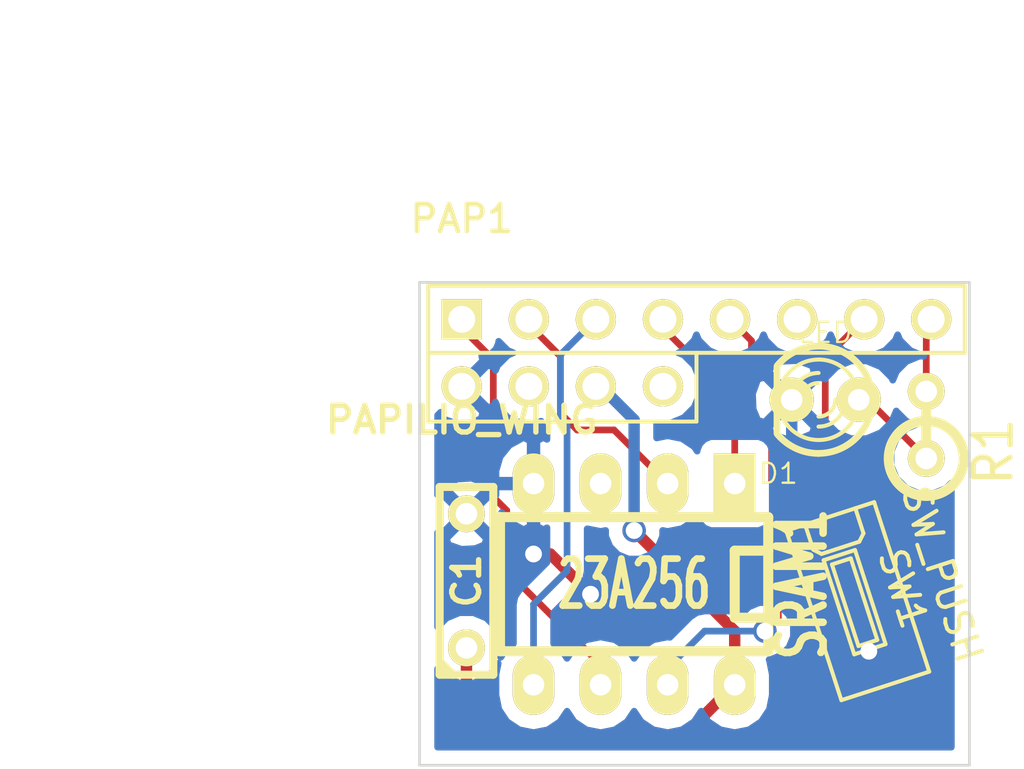
<source format=kicad_pcb>
(kicad_pcb (version 3) (host pcbnew "(2013-07-07 BZR 4022)-stable")

  (general
    (links 14)
    (no_connects 0)
    (area 91.516287 51.760001 129.5941 80.441001)
    (thickness 1.6)
    (drawings 7)
    (tracks 69)
    (zones 0)
    (modules 6)
    (nets 11)
  )

  (page A3)
  (layers
    (15 F.Cu signal)
    (0 B.Cu signal)
    (16 B.Adhes user)
    (17 F.Adhes user)
    (18 B.Paste user)
    (19 F.Paste user)
    (20 B.SilkS user)
    (21 F.SilkS user)
    (22 B.Mask user)
    (23 F.Mask user)
    (24 Dwgs.User user)
    (25 Cmts.User user)
    (26 Eco1.User user)
    (27 Eco2.User user)
    (28 Edge.Cuts user)
  )

  (setup
    (last_trace_width 0.4318)
    (user_trace_width 0.3048)
    (user_trace_width 0.3556)
    (user_trace_width 0.4318)
    (trace_clearance 0.254)
    (zone_clearance 0.508)
    (zone_45_only no)
    (trace_min 0.254)
    (segment_width 0.2)
    (edge_width 0.1)
    (via_size 0.889)
    (via_drill 0.635)
    (via_min_size 0.889)
    (via_min_drill 0.508)
    (uvia_size 0.508)
    (uvia_drill 0.127)
    (uvias_allowed no)
    (uvia_min_size 0.508)
    (uvia_min_drill 0.127)
    (pcb_text_width 0.3)
    (pcb_text_size 1.5 1.5)
    (mod_edge_width 0.15)
    (mod_text_size 1 1)
    (mod_text_width 0.15)
    (pad_size 2.11 1.6)
    (pad_drill 0)
    (pad_to_mask_clearance 0)
    (aux_axis_origin 0 0)
    (visible_elements FFFE7FBF)
    (pcbplotparams
      (layerselection 284196865)
      (usegerberextensions true)
      (excludeedgelayer true)
      (linewidth 0.150000)
      (plotframeref false)
      (viasonmask false)
      (mode 1)
      (useauxorigin false)
      (hpglpennumber 1)
      (hpglpenspeed 20)
      (hpglpendiameter 15)
      (hpglpenoverlay 2)
      (psnegative false)
      (psa4output false)
      (plotreference false)
      (plotvalue false)
      (plotothertext true)
      (plotinvisibletext false)
      (padsonsilk false)
      (subtractmaskfromsilk false)
      (outputformat 1)
      (mirror false)
      (drillshape 0)
      (scaleselection 1)
      (outputdirectory Gerbers/))
  )

  (net 0 "")
  (net 1 GND)
  (net 2 N-000001)
  (net 3 N-0000010)
  (net 4 N-0000011)
  (net 5 N-0000012)
  (net 6 N-0000013)
  (net 7 N-000003)
  (net 8 N-000004)
  (net 9 N-000005)
  (net 10 N-000006)

  (net_class Default "This is the default net class."
    (clearance 0.254)
    (trace_width 0.254)
    (via_dia 0.889)
    (via_drill 0.635)
    (uvia_dia 0.508)
    (uvia_drill 0.127)
    (add_net "")
    (add_net GND)
    (add_net N-000001)
    (add_net N-0000010)
    (add_net N-0000011)
    (add_net N-0000012)
    (add_net N-0000013)
    (add_net N-000003)
    (add_net N-000004)
    (add_net N-000005)
    (add_net N-000006)
  )

  (module Papilio_Wing (layer F.Cu) (tedit 5404AF8C) (tstamp 54B827FE)
    (at 108.4072 63.5)
    (descr "Double rangee de contacts 2 x 6 pins")
    (tags CONN)
    (path /54B82680)
    (fp_text reference PAP1 (at 0 -3.81) (layer F.SilkS)
      (effects (font (size 1.016 1.016) (thickness 0.1778)))
    )
    (fp_text value PAPILIO_WING (at 0 3.81) (layer F.SilkS)
      (effects (font (size 1.016 1.016) (thickness 0.2032)))
    )
    (fp_line (start 19.05 0) (end 19.05 1.27) (layer F.SilkS) (width 0.15))
    (fp_line (start 8.89 1.27) (end 19.05 1.27) (layer F.SilkS) (width 0.15))
    (fp_line (start 19.05 0) (end 19.05 -1.27) (layer F.SilkS) (width 0.15))
    (fp_line (start 19.05 -1.27) (end -1.27 -1.27) (layer F.SilkS) (width 0.15))
    (fp_line (start -1.27 -1.27) (end -1.27 -1.143) (layer F.SilkS) (width 0.15))
    (fp_line (start 8.89 1.27) (end -1.27 1.27) (layer F.SilkS) (width 0.15))
    (fp_line (start -1.27 -1.2065) (end -1.27 3.8735) (layer F.SilkS) (width 0.15))
    (fp_line (start -1.27 3.8735) (end 8.89 3.8735) (layer F.SilkS) (width 0.15))
    (fp_line (start 8.89 3.8735) (end 8.89 1.3335) (layer F.SilkS) (width 0.15))
    (pad 1 thru_hole rect (at 0 0) (size 1.524 1.524) (drill 1.016)
      (layers *.Cu *.Mask F.SilkS)
      (net 4 N-0000011)
    )
    (pad 7 thru_hole circle (at 15.24 0) (size 1.524 1.524) (drill 1.016)
      (layers *.Cu *.Mask F.SilkS)
      (net 9 N-000005)
    )
    (pad 2 thru_hole circle (at 2.54 0) (size 1.524 1.524) (drill 1.016)
      (layers *.Cu *.Mask F.SilkS)
      (net 5 N-0000012)
    )
    (pad 8 thru_hole circle (at 17.78 0) (size 1.524 1.524) (drill 1.016)
      (layers *.Cu *.Mask F.SilkS)
      (net 10 N-000006)
    )
    (pad 3 thru_hole circle (at 5.08 0) (size 1.524 1.524) (drill 1.016)
      (layers *.Cu *.Mask F.SilkS)
      (net 3 N-0000010)
    )
    (pad 4 thru_hole circle (at 7.62 0) (size 1.524 1.524) (drill 1.016)
      (layers *.Cu *.Mask F.SilkS)
      (net 6 N-0000013)
    )
    (pad 5 thru_hole circle (at 10.16 0) (size 1.524 1.524) (drill 1.016)
      (layers *.Cu *.Mask F.SilkS)
      (net 8 N-000004)
    )
    (pad 6 thru_hole circle (at 12.7 0) (size 1.524 1.524) (drill 1.016)
      (layers *.Cu *.Mask F.SilkS)
    )
    (pad 9 thru_hole circle (at 7.62 2.54) (size 1.524 1.524) (drill 1.016)
      (layers *.Cu *.Mask F.SilkS)
    )
    (pad 10 thru_hole circle (at 5.08 2.54) (size 1.524 1.524) (drill 1.016)
      (layers *.Cu *.Mask F.SilkS)
      (net 7 N-000003)
    )
    (pad 11 thru_hole circle (at 2.54 2.54) (size 1.524 1.524) (drill 1.016)
      (layers *.Cu *.Mask F.SilkS)
    )
    (pad 12 thru_hole circle (at 0 2.54) (size 1.524 1.524) (drill 1.016)
      (layers *.Cu *.Mask F.SilkS)
      (net 1 GND)
    )
    (model pin_array/pins_array_6x2.wrl
      (at (xyz 0 0 0))
      (scale (xyz 1 1 1))
      (rotate (xyz 0 0 0))
    )
  )

  (module DIP-8__300_ELL (layer F.Cu) (tedit 200000) (tstamp 54B82811)
    (at 114.935 73.533 180)
    (descr "8 pins DIL package, elliptical pads")
    (tags DIL)
    (path /54B82671)
    (fp_text reference SRAM1 (at -6.35 0 270) (layer F.SilkS)
      (effects (font (size 1.778 1.143) (thickness 0.3048)))
    )
    (fp_text value 23A256 (at 0 0 180) (layer F.SilkS)
      (effects (font (size 1.778 1.016) (thickness 0.3048)))
    )
    (fp_line (start -5.08 -1.27) (end -3.81 -1.27) (layer F.SilkS) (width 0.381))
    (fp_line (start -3.81 -1.27) (end -3.81 1.27) (layer F.SilkS) (width 0.381))
    (fp_line (start -3.81 1.27) (end -5.08 1.27) (layer F.SilkS) (width 0.381))
    (fp_line (start -5.08 -2.54) (end 5.08 -2.54) (layer F.SilkS) (width 0.381))
    (fp_line (start 5.08 -2.54) (end 5.08 2.54) (layer F.SilkS) (width 0.381))
    (fp_line (start 5.08 2.54) (end -5.08 2.54) (layer F.SilkS) (width 0.381))
    (fp_line (start -5.08 2.54) (end -5.08 -2.54) (layer F.SilkS) (width 0.381))
    (pad 1 thru_hole rect (at -3.81 3.81 180) (size 1.5748 2.286) (drill 0.8128)
      (layers *.Cu *.Mask F.SilkS)
      (net 6 N-0000013)
    )
    (pad 2 thru_hole oval (at -1.27 3.81 180) (size 1.5748 2.286) (drill 0.8128)
      (layers *.Cu *.Mask F.SilkS)
      (net 5 N-0000012)
    )
    (pad 3 thru_hole oval (at 1.27 3.81 180) (size 1.5748 2.286) (drill 0.8128)
      (layers *.Cu *.Mask F.SilkS)
    )
    (pad 4 thru_hole oval (at 3.81 3.81 180) (size 1.5748 2.286) (drill 0.8128)
      (layers *.Cu *.Mask F.SilkS)
      (net 1 GND)
    )
    (pad 5 thru_hole oval (at 3.81 -3.81 180) (size 1.5748 2.286) (drill 0.8128)
      (layers *.Cu *.Mask F.SilkS)
      (net 3 N-0000010)
    )
    (pad 6 thru_hole oval (at 1.27 -3.81 180) (size 1.5748 2.286) (drill 0.8128)
      (layers *.Cu *.Mask F.SilkS)
      (net 4 N-0000011)
    )
    (pad 7 thru_hole oval (at -1.27 -3.81 180) (size 1.5748 2.286) (drill 0.8128)
      (layers *.Cu *.Mask F.SilkS)
      (net 8 N-000004)
    )
    (pad 8 thru_hole oval (at -3.81 -3.81 180) (size 1.5748 2.286) (drill 0.8128)
      (layers *.Cu *.Mask F.SilkS)
      (net 7 N-000003)
    )
    (model dil/dil_8.wrl
      (at (xyz 0 0 0))
      (scale (xyz 1 1 1))
      (rotate (xyz 0 0 0))
    )
  )

  (module C2 (layer F.Cu) (tedit 200000) (tstamp 54B8281C)
    (at 108.585 73.406 90)
    (descr "Condensateur = 2 pas")
    (tags C)
    (path /54B8277B)
    (fp_text reference C1 (at 0 0 90) (layer F.SilkS)
      (effects (font (size 1.016 1.016) (thickness 0.2032)))
    )
    (fp_text value C (at 0 0 90) (layer F.SilkS) hide
      (effects (font (size 1.016 1.016) (thickness 0.2032)))
    )
    (fp_line (start -3.556 -1.016) (end 3.556 -1.016) (layer F.SilkS) (width 0.3048))
    (fp_line (start 3.556 -1.016) (end 3.556 1.016) (layer F.SilkS) (width 0.3048))
    (fp_line (start 3.556 1.016) (end -3.556 1.016) (layer F.SilkS) (width 0.3048))
    (fp_line (start -3.556 1.016) (end -3.556 -1.016) (layer F.SilkS) (width 0.3048))
    (fp_line (start -3.556 -0.508) (end -3.048 -1.016) (layer F.SilkS) (width 0.3048))
    (pad 1 thru_hole circle (at -2.54 0 90) (size 1.397 1.397) (drill 0.8128)
      (layers *.Cu *.Mask F.SilkS)
      (net 7 N-000003)
    )
    (pad 2 thru_hole circle (at 2.54 0 90) (size 1.397 1.397) (drill 0.8128)
      (layers *.Cu *.Mask F.SilkS)
      (net 1 GND)
    )
    (model discret/capa_2pas_5x5mm.wrl
      (at (xyz 0 0 0))
      (scale (xyz 1 1 1))
      (rotate (xyz 0 0 0))
    )
  )

  (module R1 (layer F.Cu) (tedit 200000) (tstamp 54B8312C)
    (at 126 67.5 90)
    (descr "Resistance verticale")
    (tags R)
    (path /54B82AB6)
    (autoplace_cost90 10)
    (autoplace_cost180 10)
    (fp_text reference R1 (at -1.016 2.54 90) (layer F.SilkS)
      (effects (font (size 1.397 1.27) (thickness 0.2032)))
    )
    (fp_text value 1k (at -1.143 2.54 90) (layer F.SilkS) hide
      (effects (font (size 1.397 1.27) (thickness 0.2032)))
    )
    (fp_line (start -1.27 0) (end 1.27 0) (layer F.SilkS) (width 0.381))
    (fp_circle (center -1.27 0) (end -0.635 1.27) (layer F.SilkS) (width 0.381))
    (pad 1 thru_hole circle (at -1.27 0 90) (size 1.397 1.397) (drill 0.8128)
      (layers *.Cu *.Mask F.SilkS)
      (net 2 N-000001)
    )
    (pad 2 thru_hole circle (at 1.27 0 90) (size 1.397 1.397) (drill 0.8128)
      (layers *.Cu *.Mask F.SilkS)
      (net 10 N-000006)
    )
    (model discret/verti_resistor.wrl
      (at (xyz 0 0 0))
      (scale (xyz 1 1 1))
      (rotate (xyz 0 0 0))
    )
  )

  (module LED-3MM (layer F.Cu) (tedit 50ADE848) (tstamp 54B83145)
    (at 122.174 66.548 180)
    (descr "LED 3mm - Lead pitch 100mil (2,54mm)")
    (tags "LED led 3mm 3MM 100mil 2,54mm")
    (path /54B829A1)
    (fp_text reference D1 (at 1.778 -2.794 180) (layer F.SilkS)
      (effects (font (size 0.762 0.762) (thickness 0.0889)))
    )
    (fp_text value LED (at 0 2.54 180) (layer F.SilkS)
      (effects (font (size 0.762 0.762) (thickness 0.0889)))
    )
    (fp_line (start 1.8288 1.27) (end 1.8288 -1.27) (layer F.SilkS) (width 0.254))
    (fp_arc (start 0.254 0) (end -1.27 0) (angle 39.8) (layer F.SilkS) (width 0.1524))
    (fp_arc (start 0.254 0) (end -0.88392 1.01092) (angle 41.6) (layer F.SilkS) (width 0.1524))
    (fp_arc (start 0.254 0) (end 1.4097 -0.9906) (angle 40.6) (layer F.SilkS) (width 0.1524))
    (fp_arc (start 0.254 0) (end 1.778 0) (angle 39.8) (layer F.SilkS) (width 0.1524))
    (fp_arc (start 0.254 0) (end 0.254 -1.524) (angle 54.4) (layer F.SilkS) (width 0.1524))
    (fp_arc (start 0.254 0) (end -0.9652 -0.9144) (angle 53.1) (layer F.SilkS) (width 0.1524))
    (fp_arc (start 0.254 0) (end 1.45542 0.93472) (angle 52.1) (layer F.SilkS) (width 0.1524))
    (fp_arc (start 0.254 0) (end 0.254 1.524) (angle 52.1) (layer F.SilkS) (width 0.1524))
    (fp_arc (start 0.254 0) (end -0.381 0) (angle 90) (layer F.SilkS) (width 0.1524))
    (fp_arc (start 0.254 0) (end -0.762 0) (angle 90) (layer F.SilkS) (width 0.1524))
    (fp_arc (start 0.254 0) (end 0.889 0) (angle 90) (layer F.SilkS) (width 0.1524))
    (fp_arc (start 0.254 0) (end 1.27 0) (angle 90) (layer F.SilkS) (width 0.1524))
    (fp_arc (start 0.254 0) (end 0.254 -2.032) (angle 50.1) (layer F.SilkS) (width 0.254))
    (fp_arc (start 0.254 0) (end -1.5367 -0.95504) (angle 61.9) (layer F.SilkS) (width 0.254))
    (fp_arc (start 0.254 0) (end 1.8034 1.31064) (angle 49.7) (layer F.SilkS) (width 0.254))
    (fp_arc (start 0.254 0) (end 0.254 2.032) (angle 60.2) (layer F.SilkS) (width 0.254))
    (fp_arc (start 0.254 0) (end -1.778 0) (angle 28.3) (layer F.SilkS) (width 0.254))
    (fp_arc (start 0.254 0) (end -1.47574 1.06426) (angle 31.6) (layer F.SilkS) (width 0.254))
    (pad 1 thru_hole circle (at -1.27 0 180) (size 1.6764 1.6764) (drill 0.8128)
      (layers *.Cu *.Mask F.SilkS)
      (net 2 N-000001)
    )
    (pad 2 thru_hole circle (at 1.27 0 180) (size 1.6764 1.6764) (drill 0.8128)
      (layers *.Cu *.Mask F.SilkS)
      (net 1 GND)
    )
    (model discret/leds/led3_vertical_verde.wrl
      (at (xyz 0 0 0))
      (scale (xyz 1 1 1))
      (rotate (xyz 0 0 0))
    )
  )

  (module FSMSM (layer F.Cu) (tedit 54B82DE5) (tstamp 54B833BC)
    (at 123.444 74.295 288)
    (path /54B82A89)
    (fp_text reference SW1 (at -0.0508 -1.778 288) (layer F.SilkS)
      (effects (font (size 1 1) (thickness 0.15)))
    )
    (fp_text value SW_PUSH (at -0.1016 -3.3528 288) (layer F.SilkS)
      (effects (font (size 1 1) (thickness 0.15)))
    )
    (fp_line (start -2.25 0.5) (end -2.25 0.75) (layer F.SilkS) (width 0.15))
    (fp_line (start -3.5 -1) (end -2.5 -1) (layer F.SilkS) (width 0.15))
    (fp_line (start -2.5 -1) (end -2.25 -0.75) (layer F.SilkS) (width 0.15))
    (fp_line (start -2.25 -0.75) (end -2.25 0.5) (layer F.SilkS) (width 0.15))
    (fp_line (start -2.25 0.75) (end -2.5 1) (layer F.SilkS) (width 0.15))
    (fp_line (start -2.5 1) (end -3.5 1) (layer F.SilkS) (width 0.15))
    (fp_line (start -1.75 -0.25) (end -1.75 0.5) (layer F.SilkS) (width 0.15))
    (fp_line (start -1.75 0.5) (end 1.5 0.5) (layer F.SilkS) (width 0.15))
    (fp_line (start 1.5 0.5) (end 1.5 -0.25) (layer F.SilkS) (width 0.15))
    (fp_line (start 1.5 -0.25) (end -1.75 -0.25) (layer F.SilkS) (width 0.15))
    (fp_line (start -2 -0.5) (end -2 0.75) (layer F.SilkS) (width 0.15))
    (fp_line (start -2 0.75) (end 1.75 0.75) (layer F.SilkS) (width 0.15))
    (fp_line (start 1.75 0.75) (end 1.75 -0.5) (layer F.SilkS) (width 0.15))
    (fp_line (start 1.75 -0.5) (end -2 -0.5) (layer F.SilkS) (width 0.15))
    (fp_line (start -3.5 -1.75) (end -3.5 1.75) (layer F.SilkS) (width 0.15))
    (fp_line (start -3.5 1.75) (end 3.25 1.75) (layer F.SilkS) (width 0.15))
    (fp_line (start 3.25 1.75) (end 3.25 -1.75) (layer F.SilkS) (width 0.15))
    (fp_line (start 3.25 -1.75) (end -3.5 -1.75) (layer F.SilkS) (width 0.15))
    (pad 1 smd rect (at -4.75 0 288) (size 2.11 1.6)
      (layers F.Cu F.Paste F.Mask)
      (net 9 N-000005)
    )
    (pad 2 smd rect (at 4.5 0 288) (size 2.11 1.6)
      (layers F.Cu F.Paste F.Mask)
      (net 1 GND)
    )
  )

  (dimension 18.288 (width 0.3) (layer Eco2.User)
    (gr_text "0.7200 in" (at 97.202 71.247 270) (layer Eco2.User)
      (effects (font (size 1.5 1.5) (thickness 0.3)))
    )
    (feature1 (pts (xy 106.807 80.391) (xy 95.852 80.391)))
    (feature2 (pts (xy 106.807 62.103) (xy 95.852 62.103)))
    (crossbar (pts (xy 98.552 62.103) (xy 98.552 80.391)))
    (arrow1a (pts (xy 98.552 80.391) (xy 97.96558 79.264497)))
    (arrow1b (pts (xy 98.552 80.391) (xy 99.13842 79.264497)))
    (arrow2a (pts (xy 98.552 62.103) (xy 97.96558 63.229503)))
    (arrow2b (pts (xy 98.552 62.103) (xy 99.13842 63.229503)))
  )
  (dimension 20.828 (width 0.3) (layer Eco2.User)
    (gr_text "0.8200 in" (at 117.221 53.260001) (layer Eco2.User)
      (effects (font (size 1.5 1.5) (thickness 0.3)))
    )
    (feature1 (pts (xy 106.807 62.103) (xy 106.807 51.910001)))
    (feature2 (pts (xy 127.635 62.103) (xy 127.635 51.910001)))
    (crossbar (pts (xy 127.635 54.610001) (xy 106.807 54.610001)))
    (arrow1a (pts (xy 106.807 54.610001) (xy 107.933503 54.023581)))
    (arrow1b (pts (xy 106.807 54.610001) (xy 107.933503 55.196421)))
    (arrow2a (pts (xy 127.635 54.610001) (xy 126.508497 54.023581)))
    (arrow2b (pts (xy 127.635 54.610001) (xy 126.508497 55.196421)))
  )
  (gr_line (start 106.807 62.103) (end 107.061 62.103) (angle 90) (layer Edge.Cuts) (width 0.1))
  (gr_line (start 106.807 80.391) (end 106.807 62.103) (angle 90) (layer Edge.Cuts) (width 0.1))
  (gr_line (start 127.635 80.391) (end 106.807 80.391) (angle 90) (layer Edge.Cuts) (width 0.1))
  (gr_line (start 127.635 62.103) (end 127.635 80.391) (angle 90) (layer Edge.Cuts) (width 0.1))
  (gr_line (start 107.061 62.103) (end 127.635 62.103) (angle 90) (layer Edge.Cuts) (width 0.1))

  (segment (start 123.825 76.073) (end 121.158 73.406) (width 0.4318) (layer B.Cu) (net 1))
  (segment (start 111.125 72.39) (end 110.998 72.39) (width 0.4318) (layer B.Cu) (net 1) (tstamp 54B835F1))
  (via (at 111.125 72.39) (size 0.889) (layers F.Cu B.Cu) (net 1))
  (segment (start 111.76 72.39) (end 111.125 72.39) (width 0.4318) (layer F.Cu) (net 1) (tstamp 54B835EB))
  (segment (start 113.284 73.914) (end 111.76 72.39) (width 0.4318) (layer F.Cu) (net 1) (tstamp 54B835EA))
  (via (at 113.284 73.914) (size 0.889) (layers F.Cu B.Cu) (net 1))
  (segment (start 113.792 73.406) (end 113.284 73.914) (width 0.4318) (layer B.Cu) (net 1) (tstamp 54B835E5))
  (segment (start 121.158 73.406) (end 113.792 73.406) (width 0.4318) (layer B.Cu) (net 1) (tstamp 54B835E4))
  (segment (start 120.904 66.548) (end 120.904 69.215) (width 0.4318) (layer B.Cu) (net 1))
  (segment (start 123.825 72.136) (end 123.825 76.073) (width 0.4318) (layer B.Cu) (net 1) (tstamp 54B835C4))
  (segment (start 120.904 69.215) (end 123.825 72.136) (width 0.4318) (layer B.Cu) (net 1) (tstamp 54B835C0))
  (segment (start 124.834576 78.574754) (end 124.834576 77.082576) (width 0.4318) (layer F.Cu) (net 1))
  (segment (start 123.825 76.073) (end 123.698 76.073) (width 0.4318) (layer B.Cu) (net 1) (tstamp 54B83575))
  (via (at 123.825 76.073) (size 0.889) (layers F.Cu B.Cu) (net 1))
  (segment (start 124.834576 77.082576) (end 123.825 76.073) (width 0.4318) (layer F.Cu) (net 1) (tstamp 54B83573))
  (segment (start 123.444 66.548) (end 123.778 66.548) (width 0.254) (layer F.Cu) (net 2))
  (segment (start 123.778 66.548) (end 126 68.77) (width 0.254) (layer F.Cu) (net 2) (tstamp 54B83534))
  (segment (start 111.125 77.343) (end 111.125 74.295) (width 0.254) (layer B.Cu) (net 3))
  (segment (start 112.141 64.8462) (end 113.4872 63.5) (width 0.254) (layer B.Cu) (net 3) (tstamp 54B83522))
  (segment (start 112.141 67.183) (end 112.141 64.8462) (width 0.254) (layer B.Cu) (net 3) (tstamp 54B83521))
  (segment (start 112.395 67.437) (end 112.141 67.183) (width 0.254) (layer B.Cu) (net 3) (tstamp 54B83520))
  (segment (start 112.395 73.025) (end 112.395 67.437) (width 0.254) (layer B.Cu) (net 3) (tstamp 54B8351E))
  (segment (start 111.125 74.295) (end 112.395 73.025) (width 0.254) (layer B.Cu) (net 3) (tstamp 54B8351C))
  (segment (start 108.4072 63.5) (end 108.4072 63.8302) (width 0.254) (layer F.Cu) (net 4))
  (segment (start 113.665 76.581) (end 113.665 77.343) (width 0.254) (layer F.Cu) (net 4) (tstamp 54B83519))
  (segment (start 110.109 73.025) (end 113.665 76.581) (width 0.254) (layer F.Cu) (net 4) (tstamp 54B83517))
  (segment (start 110.109 70.739) (end 110.109 73.025) (width 0.254) (layer F.Cu) (net 4) (tstamp 54B83516))
  (segment (start 109.601 70.231) (end 110.109 70.739) (width 0.254) (layer F.Cu) (net 4) (tstamp 54B83515))
  (segment (start 109.601 69.596) (end 109.601 70.231) (width 0.254) (layer F.Cu) (net 4) (tstamp 54B83514))
  (segment (start 109.601 69.469) (end 109.601 69.596) (width 0.254) (layer F.Cu) (net 4) (tstamp 54B83513))
  (segment (start 109.601 67.945) (end 109.601 69.469) (width 0.254) (layer F.Cu) (net 4) (tstamp 54B83511))
  (segment (start 109.601 65.024) (end 109.601 67.945) (width 0.254) (layer F.Cu) (net 4) (tstamp 54B8350F))
  (segment (start 108.4072 63.8302) (end 109.601 65.024) (width 0.254) (layer F.Cu) (net 4) (tstamp 54B8350E))
  (segment (start 110.9472 63.5) (end 110.9472 63.7032) (width 0.254) (layer F.Cu) (net 5))
  (segment (start 114.173 67.691) (end 116.205 69.723) (width 0.254) (layer F.Cu) (net 5) (tstamp 54B8352B))
  (segment (start 112.776 67.691) (end 114.173 67.691) (width 0.254) (layer F.Cu) (net 5) (tstamp 54B8352A))
  (segment (start 112.141 67.056) (end 112.776 67.691) (width 0.254) (layer F.Cu) (net 5) (tstamp 54B83529))
  (segment (start 112.141 64.897) (end 112.141 67.056) (width 0.254) (layer F.Cu) (net 5) (tstamp 54B83527))
  (segment (start 110.9472 63.7032) (end 112.141 64.897) (width 0.254) (layer F.Cu) (net 5) (tstamp 54B83526))
  (segment (start 116.0272 63.5) (end 116.0272 63.8302) (width 0.254) (layer F.Cu) (net 6))
  (segment (start 118.745 66.548) (end 118.745 69.723) (width 0.254) (layer F.Cu) (net 6) (tstamp 54B83541))
  (segment (start 116.0272 63.8302) (end 118.745 66.548) (width 0.254) (layer F.Cu) (net 6) (tstamp 54B83540))
  (segment (start 113.4872 66.04) (end 113.665 66.04) (width 0.4318) (layer B.Cu) (net 7))
  (segment (start 118.745 75.311) (end 118.745 77.343) (width 0.4318) (layer F.Cu) (net 7) (tstamp 54B83552))
  (segment (start 114.935 71.501) (end 118.745 75.311) (width 0.4318) (layer F.Cu) (net 7) (tstamp 54B83551))
  (via (at 114.935 71.501) (size 0.889) (layers F.Cu B.Cu) (net 7))
  (segment (start 114.935 67.31) (end 114.935 71.501) (width 0.4318) (layer B.Cu) (net 7) (tstamp 54B8354E))
  (segment (start 113.665 66.04) (end 114.935 67.31) (width 0.4318) (layer B.Cu) (net 7) (tstamp 54B8354D))
  (segment (start 108.585 75.946) (end 108.585 78.359) (width 0.4318) (layer F.Cu) (net 7))
  (segment (start 116.586 79.502) (end 118.745 77.343) (width 0.4318) (layer F.Cu) (net 7) (tstamp 54B83548))
  (segment (start 109.728 79.502) (end 116.586 79.502) (width 0.4318) (layer F.Cu) (net 7) (tstamp 54B83547))
  (segment (start 108.585 78.359) (end 109.728 79.502) (width 0.4318) (layer F.Cu) (net 7) (tstamp 54B83546))
  (segment (start 116.205 77.343) (end 116.205 76.708) (width 0.254) (layer B.Cu) (net 8))
  (segment (start 119.38 64.3128) (end 118.5672 63.5) (width 0.254) (layer F.Cu) (net 8) (tstamp 54B83561))
  (segment (start 119.38 67.31) (end 119.38 64.3128) (width 0.254) (layer F.Cu) (net 8) (tstamp 54B83560))
  (segment (start 120.142 68.072) (end 119.38 67.31) (width 0.254) (layer F.Cu) (net 8) (tstamp 54B8355F))
  (segment (start 120.142 69.596) (end 120.142 68.072) (width 0.254) (layer F.Cu) (net 8) (tstamp 54B8355E))
  (segment (start 120.396 69.85) (end 120.142 69.596) (width 0.254) (layer F.Cu) (net 8) (tstamp 54B8355D))
  (segment (start 120.396 74.803) (end 120.396 69.85) (width 0.254) (layer F.Cu) (net 8) (tstamp 54B8355C))
  (segment (start 119.888 75.311) (end 120.396 74.803) (width 0.254) (layer F.Cu) (net 8) (tstamp 54B8355B))
  (via (at 119.888 75.311) (size 0.889) (layers F.Cu B.Cu) (net 8))
  (segment (start 117.602 75.311) (end 119.888 75.311) (width 0.254) (layer B.Cu) (net 8) (tstamp 54B83558))
  (segment (start 116.205 76.708) (end 117.602 75.311) (width 0.254) (layer B.Cu) (net 8) (tstamp 54B83557))
  (segment (start 121.976169 69.777482) (end 121.976169 67.634831) (width 0.254) (layer F.Cu) (net 9))
  (segment (start 122.174 64.9732) (end 123.6472 63.5) (width 0.254) (layer F.Cu) (net 9) (tstamp 54B8353C))
  (segment (start 122.174 67.437) (end 122.174 64.9732) (width 0.254) (layer F.Cu) (net 9) (tstamp 54B8353B))
  (segment (start 121.976169 67.634831) (end 122.174 67.437) (width 0.254) (layer F.Cu) (net 9) (tstamp 54B8353A))
  (segment (start 126 66.23) (end 126 63.6872) (width 0.254) (layer F.Cu) (net 10))
  (segment (start 126 63.6872) (end 126.1872 63.5) (width 0.254) (layer F.Cu) (net 10) (tstamp 54B83537))

  (zone (net 1) (net_name GND) (layer B.Cu) (tstamp 54B8350A) (hatch edge 0.508)
    (connect_pads (clearance 0.508))
    (min_thickness 0.254)
    (fill (arc_segments 16) (thermal_gap 0.508) (thermal_bridge_width 0.508))
    (polygon
      (pts
        (xy 127.635 80.391) (xy 106.807 80.391) (xy 106.807 62.103) (xy 127.635 62.103)
      )
    )
    (filled_polygon
      (pts
        (xy 111.633 72.709369) (xy 110.998 73.344369) (xy 110.998 71.335851) (xy 110.998 69.85) (xy 110.998 69.596)
        (xy 110.998 68.110149) (xy 110.77794 67.98799) (xy 110.698004 68.004673) (xy 110.209014 68.271809) (xy 109.859475 68.705738)
        (xy 109.7026 69.2404) (xy 109.7026 69.596) (xy 110.998 69.596) (xy 110.998 69.85) (xy 109.7026 69.85)
        (xy 109.7026 70.159413) (xy 109.519186 70.111419) (xy 109.339581 70.291024) (xy 109.339581 69.931814) (xy 109.277928 69.696202)
        (xy 109.207807 69.671521) (xy 108.77752 69.520076) (xy 108.247802 69.548854) (xy 107.892072 69.696202) (xy 107.830419 69.931814)
        (xy 108.585 70.686395) (xy 109.339581 69.931814) (xy 109.339581 70.291024) (xy 108.764605 70.866) (xy 109.519186 71.620581)
        (xy 109.754798 71.558928) (xy 109.930924 71.05852) (xy 109.91755 70.812359) (xy 110.209014 71.174191) (xy 110.698004 71.441327)
        (xy 110.77794 71.45801) (xy 110.998 71.335851) (xy 110.998 73.344369) (xy 110.586185 73.756185) (xy 110.421004 74.003395)
        (xy 110.363 74.295) (xy 110.363 75.783883) (xy 110.119211 75.946778) (xy 109.879766 76.305133) (xy 109.918267 76.212413)
        (xy 109.91873 75.681914) (xy 109.716145 75.19162) (xy 109.341353 74.816174) (xy 109.339581 74.815438) (xy 109.339581 71.800186)
        (xy 108.585 71.045605) (xy 107.830419 71.800186) (xy 107.892072 72.035798) (xy 108.39248 72.211924) (xy 108.922198 72.183146)
        (xy 109.277928 72.035798) (xy 109.339581 71.800186) (xy 109.339581 74.815438) (xy 108.851413 74.612733) (xy 108.320914 74.61227)
        (xy 107.83062 74.814855) (xy 107.492 75.152885) (xy 107.492 71.579023) (xy 107.650814 71.620581) (xy 108.405395 70.866)
        (xy 107.650814 70.111419) (xy 107.492 70.152976) (xy 107.492 67.134808) (xy 107.606593 67.020214) (xy 107.676058 67.262396)
        (xy 108.199504 67.449143) (xy 108.754569 67.42136) (xy 109.138342 67.262396) (xy 109.207807 67.020212) (xy 108.4072 66.219605)
        (xy 108.393057 66.233747) (xy 108.213452 66.054142) (xy 108.227595 66.04) (xy 108.213452 66.025857) (xy 108.393057 65.846252)
        (xy 108.4072 65.860395) (xy 109.207807 65.059788) (xy 109.161146 64.89711) (xy 109.294955 64.89711) (xy 109.528429 64.800641)
        (xy 109.707213 64.622168) (xy 109.804089 64.388864) (xy 109.804138 64.332323) (xy 110.15483 64.683628) (xy 110.362714 64.769949)
        (xy 110.156897 64.854991) (xy 109.763572 65.24763) (xy 109.683805 65.43973) (xy 109.629596 65.308858) (xy 109.387412 65.239393)
        (xy 108.586805 66.04) (xy 109.387412 66.840607) (xy 109.629596 66.771142) (xy 109.679708 66.630678) (xy 109.762191 66.830303)
        (xy 110.15483 67.223628) (xy 110.668101 67.436756) (xy 111.223861 67.437241) (xy 111.413948 67.358698) (xy 111.437004 67.474605)
        (xy 111.602185 67.721815) (xy 111.633 67.75263) (xy 111.633 68.048925) (xy 111.551996 68.004673) (xy 111.47206 67.98799)
        (xy 111.252 68.110149) (xy 111.252 69.596) (xy 111.272 69.596) (xy 111.272 69.85) (xy 111.252 69.85)
        (xy 111.252 71.335851) (xy 111.47206 71.45801) (xy 111.551996 71.441327) (xy 111.633 71.397074) (xy 111.633 72.709369)
      )
    )
    (filled_polygon
      (pts
        (xy 126.95 79.706) (xy 121.759807 79.706) (xy 121.759807 67.583412) (xy 120.904 66.727605) (xy 120.724395 66.90721)
        (xy 120.724395 66.548) (xy 119.868588 65.692193) (xy 119.61851 65.771018) (xy 119.419024 66.322097) (xy 119.445612 66.907568)
        (xy 119.61851 67.324982) (xy 119.868588 67.403807) (xy 120.724395 66.548) (xy 120.724395 66.90721) (xy 120.048193 67.583412)
        (xy 120.127018 67.83349) (xy 120.678097 68.032976) (xy 121.263568 68.006388) (xy 121.680982 67.83349) (xy 121.759807 67.583412)
        (xy 121.759807 79.706) (xy 107.492 79.706) (xy 107.492 76.738591) (xy 107.828647 77.075826) (xy 108.318587 77.279267)
        (xy 108.849086 77.27973) (xy 109.33938 77.077145) (xy 109.714826 76.702353) (xy 109.786893 76.528794) (xy 109.7026 76.952567)
        (xy 109.7026 77.733433) (xy 109.810874 78.277762) (xy 110.119211 78.739222) (xy 110.580671 79.047559) (xy 111.125 79.155833)
        (xy 111.669329 79.047559) (xy 112.130789 78.739222) (xy 112.395 78.343801) (xy 112.659211 78.739222) (xy 113.120671 79.047559)
        (xy 113.665 79.155833) (xy 114.209329 79.047559) (xy 114.670789 78.739222) (xy 114.935 78.343801) (xy 115.199211 78.739222)
        (xy 115.660671 79.047559) (xy 116.205 79.155833) (xy 116.749329 79.047559) (xy 117.210789 78.739222) (xy 117.475 78.343801)
        (xy 117.739211 78.739222) (xy 118.200671 79.047559) (xy 118.745 79.155833) (xy 119.289329 79.047559) (xy 119.750789 78.739222)
        (xy 120.059126 78.277762) (xy 120.1674 77.733433) (xy 120.1674 76.952567) (xy 120.059126 76.408238) (xy 120.047367 76.390639)
        (xy 120.101784 76.390687) (xy 120.498689 76.226689) (xy 120.802622 75.923286) (xy 120.967313 75.526668) (xy 120.967687 75.097216)
        (xy 120.803689 74.700311) (xy 120.500286 74.396378) (xy 120.103668 74.231687) (xy 119.674216 74.231313) (xy 119.277311 74.395311)
        (xy 119.123353 74.549) (xy 117.602 74.549) (xy 117.310395 74.607004) (xy 117.063184 74.772185) (xy 116.288577 75.546791)
        (xy 116.205 75.530167) (xy 115.660671 75.638441) (xy 115.199211 75.946778) (xy 114.934999 76.342198) (xy 114.670789 75.946778)
        (xy 114.209329 75.638441) (xy 113.665 75.530167) (xy 113.120671 75.638441) (xy 112.659211 75.946778) (xy 112.394999 76.342198)
        (xy 112.130789 75.946778) (xy 111.887 75.783883) (xy 111.887 74.61063) (xy 112.933815 73.563816) (xy 112.933815 73.563815)
        (xy 113.098996 73.316605) (xy 113.156999 73.025) (xy 113.157 73.025) (xy 113.157 71.434785) (xy 113.665 71.535833)
        (xy 113.855501 71.497939) (xy 113.855313 71.714784) (xy 114.019311 72.111689) (xy 114.322714 72.415622) (xy 114.719332 72.580313)
        (xy 115.148784 72.580687) (xy 115.545689 72.416689) (xy 115.849622 72.113286) (xy 116.014313 71.716668) (xy 116.014503 71.49794)
        (xy 116.205 71.535833) (xy 116.749329 71.427559) (xy 117.210789 71.119222) (xy 117.32249 70.952049) (xy 117.32249 70.991755)
        (xy 117.418959 71.225229) (xy 117.597432 71.404013) (xy 117.830736 71.500889) (xy 118.083355 71.50111) (xy 119.658155 71.50111)
        (xy 119.891629 71.404641) (xy 120.070413 71.226168) (xy 120.167289 70.992864) (xy 120.16751 70.740245) (xy 120.16751 68.454245)
        (xy 120.071041 68.220771) (xy 119.892568 68.041987) (xy 119.659264 67.945111) (xy 119.406645 67.94489) (xy 117.831845 67.94489)
        (xy 117.598371 68.041359) (xy 117.419587 68.219832) (xy 117.322711 68.453136) (xy 117.322675 68.494227) (xy 117.210789 68.326778)
        (xy 116.749329 68.018441) (xy 116.205 67.910167) (xy 115.7859 67.993531) (xy 115.7859 67.436788) (xy 116.303861 67.437241)
        (xy 116.817503 67.225009) (xy 117.210828 66.83237) (xy 117.423956 66.319099) (xy 117.424441 65.763339) (xy 117.212209 65.249697)
        (xy 116.81957 64.856372) (xy 116.611685 64.77005) (xy 116.817503 64.685009) (xy 117.210828 64.29237) (xy 117.297149 64.084485)
        (xy 117.382191 64.290303) (xy 117.77483 64.683628) (xy 118.288101 64.896756) (xy 118.843861 64.897241) (xy 119.357503 64.685009)
        (xy 119.750828 64.29237) (xy 119.837149 64.084485) (xy 119.922191 64.290303) (xy 120.31483 64.683628) (xy 120.828101 64.896756)
        (xy 121.383861 64.897241) (xy 121.897503 64.685009) (xy 122.290828 64.29237) (xy 122.377149 64.084485) (xy 122.462191 64.290303)
        (xy 122.85483 64.683628) (xy 123.368101 64.896756) (xy 123.923861 64.897241) (xy 124.437503 64.685009) (xy 124.830828 64.29237)
        (xy 124.917149 64.084485) (xy 125.002191 64.290303) (xy 125.39483 64.683628) (xy 125.90729 64.896419) (xy 125.735914 64.89627)
        (xy 125.24562 65.098855) (xy 124.870174 65.473647) (xy 124.731791 65.806909) (xy 124.693646 65.71459) (xy 124.27959 65.299811)
        (xy 123.738323 65.075057) (xy 123.152248 65.074546) (xy 122.61059 65.298354) (xy 122.195811 65.71241) (xy 122.173559 65.765996)
        (xy 121.939412 65.692193) (xy 121.759807 65.871798) (xy 121.759807 65.512588) (xy 121.680982 65.26251) (xy 121.129903 65.063024)
        (xy 120.544432 65.089612) (xy 120.127018 65.26251) (xy 120.048193 65.512588) (xy 120.904 66.368395) (xy 121.759807 65.512588)
        (xy 121.759807 65.871798) (xy 121.083605 66.548) (xy 121.939412 67.403807) (xy 122.173164 67.330127) (xy 122.194354 67.38141)
        (xy 122.60841 67.796189) (xy 123.149677 68.020943) (xy 123.735752 68.021454) (xy 124.27741 67.797646) (xy 124.692189 67.38359)
        (xy 124.863418 66.971223) (xy 124.868855 66.98438) (xy 125.243647 67.359826) (xy 125.581448 67.500093) (xy 125.24562 67.638855)
        (xy 124.870174 68.013647) (xy 124.666733 68.503587) (xy 124.66627 69.034086) (xy 124.868855 69.52438) (xy 125.243647 69.899826)
        (xy 125.733587 70.103267) (xy 126.264086 70.10373) (xy 126.75438 69.901145) (xy 126.95 69.705865) (xy 126.95 79.706)
      )
    )
  )
)

</source>
